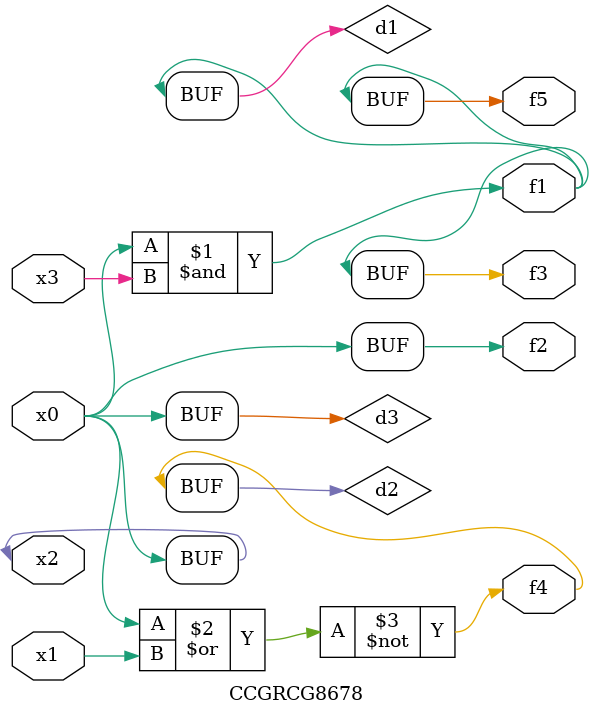
<source format=v>
module CCGRCG8678(
	input x0, x1, x2, x3,
	output f1, f2, f3, f4, f5
);

	wire d1, d2, d3;

	and (d1, x2, x3);
	nor (d2, x0, x1);
	buf (d3, x0, x2);
	assign f1 = d1;
	assign f2 = d3;
	assign f3 = d1;
	assign f4 = d2;
	assign f5 = d1;
endmodule

</source>
